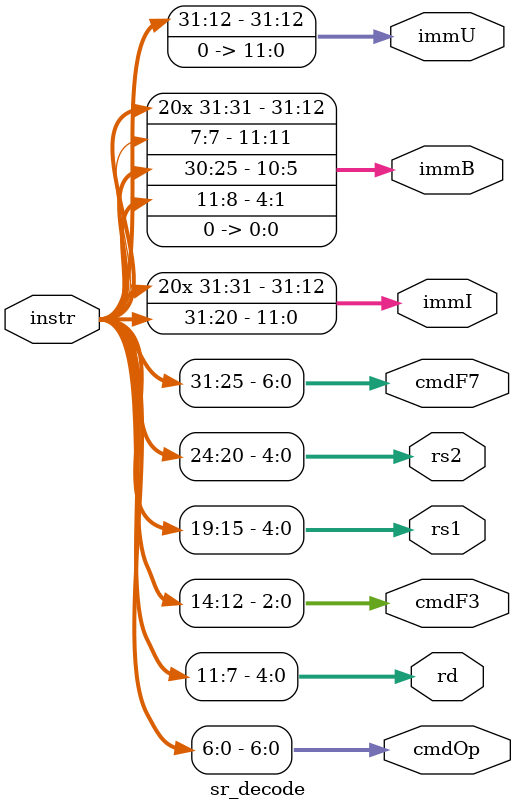
<source format=v>
/*
 * schoolRISCV - small RISC-V CPU 
 *
 * originally based on Sarah L. Harris MIPS CPU 
 *                   & schoolMIPS project
 * 
 * Copyright(c) 2017-2020 Stanislav Zhelnio 
 *                        Aleksandr Romanov 
 */ 


module sr_decode
(
    input      [31:0] instr,
    output     [ 6:0] cmdOp,
    output     [ 4:0] rd,
    output     [ 2:0] cmdF3,
    output     [ 4:0] rs1,
    output     [ 4:0] rs2,
    output     [ 6:0] cmdF7,
    output reg [31:0] immI,
    output reg [31:0] immB,
    output reg [31:0] immU 
);
    assign cmdOp = instr[ 6: 0];
    assign rd    = instr[11: 7];
    assign cmdF3 = instr[14:12];
    assign rs1   = instr[19:15];
    assign rs2   = instr[24:20];
    assign cmdF7 = instr[31:25];

    // I-immediate
    always @ (*) begin
        immI[10: 0] = instr[30:20];
        immI[31:11] = { 21 {instr[31]} };
    end

    // B-immediate
    always @ (*) begin
        immB[    0] = 1'b0;
        immB[ 4: 1] = instr[11:8];
        immB[10: 5] = instr[30:25];
        immB[   11] = instr[7];
        immB[31:12] = { 20 {instr[31]} };
    end

    // U-immediate
    always @ (*) begin
        immU[11: 0] = 12'b0;
        immU[31:12] = instr[31:12];
    end

endmodule

</source>
